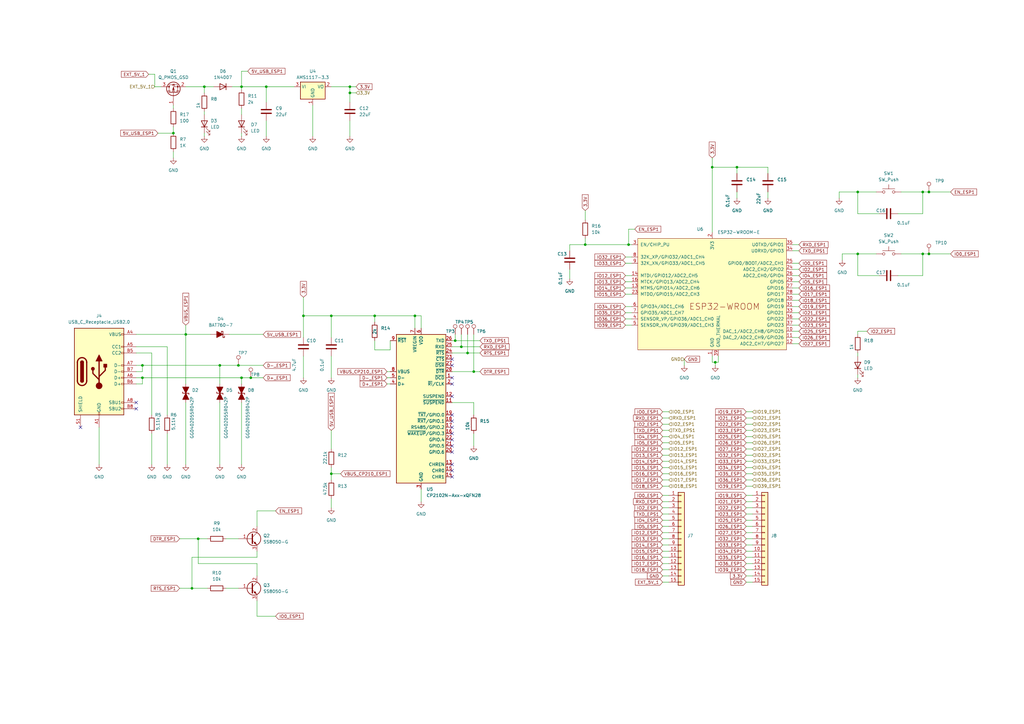
<source format=kicad_sch>
(kicad_sch (version 20230121) (generator eeschema)
  (paper "A3")
  (lib_symbols
    (symbol "Connector:TestPoint" (pin_numbers hide) (pin_names (offset 0.762) hide)
      (property "Reference" "TP" (at 0 6.858 0))
      (property "Value" "TestPoint" (at 0 5.08 0))
      (symbol "TestPoint_1_1"
        (pin passive line (at 0 0 90) (length 2.54) (name "1") (number "1"))
      )
    )
    (symbol "Connector:USB_C_Receptacle_USB2.0" (pin_names (offset 1.016))
      (property "Reference" "J" (at -10.16 19.05 0))
      (property "Value" "USB_C_Receptacle_USB2.0" (at 19.05 19.05 0))
      (symbol "USB_C_Receptacle_USB2.0_1_1"
        (pin passive line (at 0 -22.86 90) (length 5.08) (name "GND") (number "A1"))
        (pin passive line (at 0 -22.86 90) (length 5.08) hide (name "GND") (number "A12"))
        (pin passive line (at 15.24 15.24 180) (length 5.08) (name "VBUS") (number "A4"))
        (pin bidirectional line (at 15.24 10.16 180) (length 5.08) (name "CC1") (number "A5"))
        (pin bidirectional line (at 15.24 -2.54 180) (length 5.08) (name "D+") (number "A6"))
        (pin bidirectional line (at 15.24 2.54 180) (length 5.08) (name "D-") (number "A7"))
        (pin bidirectional line (at 15.24 -12.7 180) (length 5.08) (name "SBU1") (number "A8"))
        (pin passive line (at 15.24 15.24 180) (length 5.08) hide (name "VBUS") (number "A9"))
        (pin passive line (at 0 -22.86 90) (length 5.08) hide (name "GND") (number "B1"))
        (pin passive line (at 0 -22.86 90) (length 5.08) hide (name "GND") (number "B12"))
        (pin passive line (at 15.24 15.24 180) (length 5.08) hide (name "VBUS") (number "B4"))
        (pin bidirectional line (at 15.24 7.62 180) (length 5.08) (name "CC2") (number "B5"))
        (pin bidirectional line (at 15.24 -5.08 180) (length 5.08) (name "D+") (number "B6"))
        (pin bidirectional line (at 15.24 0 180) (length 5.08) (name "D-") (number "B7"))
        (pin bidirectional line (at 15.24 -15.24 180) (length 5.08) (name "SBU2") (number "B8"))
        (pin passive line (at 15.24 15.24 180) (length 5.08) hide (name "VBUS") (number "B9"))
        (pin passive line (at -7.62 -22.86 90) (length 5.08) (name "SHIELD") (number "S1"))
      )
    )
    (symbol "Connector_Generic:Conn_01x15" (pin_names (offset 1.016) hide)
      (property "Reference" "J" (at 0 20.32 0))
      (property "Value" "Conn_01x15" (at 0 -20.32 0))
      (symbol "Conn_01x15_1_1"
        (pin passive line (at -5.08 17.78 0) (length 3.81) (name "Pin_1") (number "1"))
        (pin passive line (at -5.08 -5.08 0) (length 3.81) (name "Pin_10") (number "10"))
        (pin passive line (at -5.08 -7.62 0) (length 3.81) (name "Pin_11") (number "11"))
        (pin passive line (at -5.08 -10.16 0) (length 3.81) (name "Pin_12") (number "12"))
        (pin passive line (at -5.08 -12.7 0) (length 3.81) (name "Pin_13") (number "13"))
        (pin passive line (at -5.08 -15.24 0) (length 3.81) (name "Pin_14") (number "14"))
        (pin passive line (at -5.08 -17.78 0) (length 3.81) (name "Pin_15") (number "15"))
        (pin passive line (at -5.08 15.24 0) (length 3.81) (name "Pin_2") (number "2"))
        (pin passive line (at -5.08 12.7 0) (length 3.81) (name "Pin_3") (number "3"))
        (pin passive line (at -5.08 10.16 0) (length 3.81) (name "Pin_4") (number "4"))
        (pin passive line (at -5.08 7.62 0) (length 3.81) (name "Pin_5") (number "5"))
        (pin passive line (at -5.08 5.08 0) (length 3.81) (name "Pin_6") (number "6"))
        (pin passive line (at -5.08 2.54 0) (length 3.81) (name "Pin_7") (number "7"))
        (pin passive line (at -5.08 0 0) (length 3.81) (name "Pin_8") (number "8"))
        (pin passive line (at -5.08 -2.54 0) (length 3.81) (name "Pin_9") (number "9"))
      )
    )
    (symbol "Device:C" (pin_numbers hide) (pin_names (offset 0.254))
      (property "Reference" "C" (at 0.635 2.54 0))
      (property "Value" "C" (at 0.635 -2.54 0))
      (symbol "C_1_1"
        (pin passive line (at 0 3.81 270) (length 2.794) (name "~") (number "1"))
        (pin passive line (at 0 -3.81 90) (length 2.794) (name "~") (number "2"))
      )
    )
    (symbol "Device:D_Schottky_Filled" (pin_numbers hide) (pin_names (offset 1.016) hide)
      (property "Reference" "D" (at 0 2.54 0))
      (property "Value" "D_Schottky_Filled" (at 0 -2.54 0))
      (symbol "D_Schottky_Filled_1_1"
        (pin passive line (at -3.81 0 0) (length 2.54) (name "K") (number "1"))
        (pin passive line (at 3.81 0 180) (length 2.54) (name "A") (number "2"))
      )
    )
    (symbol "Device:D_TVS_Filled" (pin_numbers hide) (pin_names (offset 1.016) hide)
      (property "Reference" "D" (at 0 2.54 0))
      (property "Value" "D_TVS_Filled" (at 0 -2.54 0))
      (symbol "D_TVS_Filled_1_1"
        (pin passive line (at -3.81 0 0) (length 2.54) (name "A1") (number "1"))
        (pin passive line (at 3.81 0 180) (length 2.54) (name "A2") (number "2"))
      )
    )
    (symbol "Device:LED" (pin_numbers hide) (pin_names (offset 1.016) hide)
      (property "Reference" "D" (at 0 2.54 0))
      (property "Value" "LED" (at 0 -2.54 0))
      (symbol "LED_1_1"
        (pin passive line (at -3.81 0 0) (length 2.54) (name "K") (number "1"))
        (pin passive line (at 3.81 0 180) (length 2.54) (name "A") (number "2"))
      )
    )
    (symbol "Device:Q_PMOS_GSD" (pin_names (offset 0) hide)
      (property "Reference" "Q" (at 5.08 1.27 0))
      (property "Value" "Q_PMOS_GSD" (at 5.08 -1.27 0))
      (symbol "Q_PMOS_GSD_1_1"
        (pin input line (at -5.08 0 0) (length 2.54) (name "G") (number "1"))
        (pin passive line (at 2.54 -5.08 90) (length 2.54) (name "S") (number "2"))
        (pin passive line (at 2.54 5.08 270) (length 2.54) (name "D") (number "3"))
      )
    )
    (symbol "Device:R" (pin_numbers hide) (pin_names (offset 0))
      (property "Reference" "R" (at 2.032 0 90))
      (property "Value" "R" (at 0 0 90))
      (symbol "R_1_1"
        (pin passive line (at 0 3.81 270) (length 1.27) (name "~") (number "1"))
        (pin passive line (at 0 -3.81 90) (length 1.27) (name "~") (number "2"))
      )
    )
    (symbol "Diode:1N4007" (pin_numbers hide) (pin_names hide)
      (property "Reference" "D" (at 0 2.54 0))
      (property "Value" "1N4007" (at 0 -2.54 0))
      (symbol "1N4007_1_1"
        (pin passive line (at -3.81 0 0) (length 2.54) (name "K") (number "1"))
        (pin passive line (at 3.81 0 180) (length 2.54) (name "A") (number "2"))
      )
    )
    (symbol "Interface_USB:CP2102N-Axx-xQFN28"
      (property "Reference" "U" (at -8.89 31.75 0))
      (property "Value" "CP2102N-Axx-xQFN28" (at 12.7 31.75 0))
      (symbol "CP2102N-Axx-xQFN28_1_1"
        (pin input line (at 12.7 12.7 180) (length 2.54) (name "~{DCD}") (number "1"))
        (pin no_connect line (at -10.16 -27.94 0) (length 2.54) hide (name "NC") (number "10"))
        (pin output line (at 12.7 2.54 180) (length 2.54) (name "~{SUSPEND}") (number "11"))
        (pin output line (at 12.7 5.08 180) (length 2.54) (name "SUSPEND") (number "12"))
        (pin output line (at 12.7 -22.86 180) (length 2.54) (name "CHREN") (number "13"))
        (pin output line (at 12.7 -27.94 180) (length 2.54) (name "CHR1") (number "14"))
        (pin output line (at 12.7 -25.4 180) (length 2.54) (name "CHR0") (number "15"))
        (pin bidirectional line (at 12.7 -10.16 180) (length 2.54) (name "~{WAKEUP}/GPIO.3") (number "16"))
        (pin bidirectional line (at 12.7 -7.62 180) (length 2.54) (name "RS485/GPIO.2") (number "17"))
        (pin bidirectional line (at 12.7 -5.08 180) (length 2.54) (name "~{RXT}/GPIO.1") (number "18"))
        (pin bidirectional line (at 12.7 -2.54 180) (length 2.54) (name "~{TXT}/GPIO.0") (number "19"))
        (pin bidirectional line (at 12.7 10.16 180) (length 2.54) (name "~{RI}/CLK") (number "2"))
        (pin bidirectional line (at 12.7 -17.78 180) (length 2.54) (name "GPIO.6") (number "20"))
        (pin bidirectional line (at 12.7 -15.24 180) (length 2.54) (name "GPIO.5") (number "21"))
        (pin bidirectional line (at 12.7 -12.7 180) (length 2.54) (name "GPIO.4") (number "22"))
        (pin input line (at 12.7 20.32 180) (length 2.54) (name "~{CTS}") (number "23"))
        (pin output line (at 12.7 22.86 180) (length 2.54) (name "~{RTS}") (number "24"))
        (pin input line (at 12.7 25.4 180) (length 2.54) (name "RXD") (number "25"))
        (pin output line (at 12.7 27.94 180) (length 2.54) (name "TXD") (number "26"))
        (pin input line (at 12.7 17.78 180) (length 2.54) (name "~{DSR}") (number "27"))
        (pin output line (at 12.7 15.24 180) (length 2.54) (name "~{DTR}") (number "28"))
        (pin passive line (at 0 -33.02 90) (length 2.54) hide (name "GND") (number "29"))
        (pin power_in line (at 0 -33.02 90) (length 2.54) (name "GND") (number "3"))
        (pin bidirectional line (at -12.7 10.16 0) (length 2.54) (name "D+") (number "4"))
        (pin bidirectional line (at -12.7 12.7 0) (length 2.54) (name "D-") (number "5"))
        (pin power_in line (at 0 33.02 270) (length 2.54) (name "VDD") (number "6"))
        (pin power_in line (at -2.54 33.02 270) (length 2.54) (name "VREGIN") (number "7"))
        (pin input line (at -12.7 15.24 0) (length 2.54) (name "VBUS") (number "8"))
        (pin input line (at -12.7 27.94 0) (length 2.54) (name "~{RST}") (number "9"))
      )
    )
    (symbol "PCM_Espressif:ESP32-WROOM-E" (pin_names (offset 1.016))
      (property "Reference" "U" (at -30.48 27.94 0))
      (property "Value" "ESP32-WROOM-E" (at -30.48 25.4 0))
      (symbol "ESP32-WROOM-E_1_1"
        (text "ESP32-­WROOM­" (at 5.08 -5.08 0) (effects (font (size 2.54 2.54))))
        (pin power_in line (at 0 -25.4 90) (length 2.54) (name "GND") (number "1"))
        (pin bidirectional line (at 33.02 -15.24 180) (length 2.54) (name "DAC_1/ADC2_CH8/GPIO25") (number "10"))
        (pin bidirectional line (at 33.02 -17.78 180) (length 2.54) (name "DAC_2/ADC2_CH9/GPIO26") (number "11"))
        (pin bidirectional line (at 33.02 -20.32 180) (length 2.54) (name "ADC2_CH7/GPIO27") (number "12"))
        (pin bidirectional line (at -33.02 2.54 0) (length 2.54) (name "MTMS/GPIO14/ADC2_CH6") (number "13"))
        (pin bidirectional line (at -33.02 7.62 0) (length 2.54) (name "MTDI/GPIO12/ADC2_CH5") (number "14"))
        (pin passive line (at 0 -25.4 90) (length 2.54) hide (name "GND") (number "15"))
        (pin bidirectional line (at -33.02 5.08 0) (length 2.54) (name "MTCK/GPIO13/ADC2_CH4") (number "16"))
        (pin power_in line (at 0 25.4 270) (length 2.54) (name "3V3") (number "2"))
        (pin bidirectional line (at -33.02 0 0) (length 2.54) (name "MTDO/GPIO15/ADC2_CH3") (number "23"))
        (pin bidirectional line (at 33.02 10.16 180) (length 2.54) (name "ADC2_CH2/GPIO2") (number "24"))
        (pin bidirectional line (at 33.02 12.7 180) (length 2.54) (name "GPIO0/BOOT/ADC2_CH1") (number "25"))
        (pin bidirectional line (at 33.02 7.62 180) (length 2.54) (name "ADC2_CH0/GPIO4") (number "26"))
        (pin bidirectional line (at 33.02 2.54 180) (length 2.54) (name "GPIO16") (number "27"))
        (pin bidirectional line (at 33.02 0 180) (length 2.54) (name "GPIO17") (number "28"))
        (pin bidirectional line (at 33.02 5.08 180) (length 2.54) (name "GPIO5") (number "29"))
        (pin input line (at -33.02 20.32 0) (length 2.54) (name "EN/CHIP_PU") (number "3"))
        (pin bidirectional line (at 33.02 -2.54 180) (length 2.54) (name "GPIO18") (number "30"))
        (pin bidirectional line (at 33.02 -5.08 180) (length 2.54) (name "GPIO19") (number "31"))
        (pin bidirectional line (at 33.02 -7.62 180) (length 2.54) (name "GPIO21") (number "33"))
        (pin bidirectional line (at 33.02 17.78 180) (length 2.54) (name "U0RXD/GPIO3") (number "34"))
        (pin bidirectional line (at 33.02 20.32 180) (length 2.54) (name "U0TXD/GPIO1") (number "35"))
        (pin bidirectional line (at 33.02 -10.16 180) (length 2.54) (name "GPIO22") (number "36"))
        (pin bidirectional line (at 33.02 -12.7 180) (length 2.54) (name "GPIO23") (number "37"))
        (pin passive line (at 0 -25.4 90) (length 2.54) hide (name "GND") (number "38"))
        (pin power_in line (at 2.54 -25.4 90) (length 2.54) (name "GND_THERMAL") (number "39"))
        (pin input line (at -33.02 -10.16 0) (length 2.54) (name "SENSOR_VP/GPIO36/ADC1_CH0") (number "4"))
        (pin input line (at -33.02 -12.7 0) (length 2.54) (name "SENSOR_VN/GPIO39/ADC1_CH3") (number "5"))
        (pin input line (at -33.02 -5.08 0) (length 2.54) (name "GPIO34/ADC1_CH6") (number "6"))
        (pin input line (at -33.02 -7.62 0) (length 2.54) (name "GPIO35/ADC1_CH7") (number "7"))
        (pin bidirectional line (at -33.02 15.24 0) (length 2.54) (name "32K_XP/GPIO32/ADC1_CH4") (number "8"))
        (pin bidirectional line (at -33.02 12.7 0) (length 2.54) (name "32K_XN/GPIO33/ADC1_CH5") (number "9"))
      )
    )
    (symbol "Regulator_Linear:AMS1117-3.3"
      (property "Reference" "U" (at -3.81 3.175 0))
      (property "Value" "AMS1117-3.3" (at 0 3.175 0))
      (symbol "AMS1117-3.3_1_1"
        (pin power_in line (at 0 -7.62 90) (length 2.54) (name "GND") (number "1"))
        (pin power_out line (at 7.62 0 180) (length 2.54) (name "VO") (number "2"))
        (pin power_in line (at -7.62 0 0) (length 2.54) (name "VI") (number "3"))
      )
    )
    (symbol "Switch:SW_Push" (pin_numbers hide) (pin_names (offset 1.016) hide)
      (property "Reference" "SW" (at 1.27 2.54 0))
      (property "Value" "SW_Push" (at 0 -1.524 0))
      (symbol "SW_Push_0_1"
        (pin passive line (at -5.08 0 0) (length 2.54) (name "1") (number "1"))
        (pin passive line (at 5.08 0 180) (length 2.54) (name "2") (number "2"))
      )
    )
    (symbol "Transistor_BJT:2SD1047" (pin_names (offset 0) hide)
      (property "Reference" "Q" (at 6.35 1.905 0))
      (property "Value" "2SD1047" (at 6.35 0 0))
      (symbol "2SD1047_1_1"
        (pin input line (at -5.08 0 0) (length 5.08) (name "B") (number "1"))
        (pin passive line (at 2.54 5.08 270) (length 2.54) (name "C") (number "2"))
        (pin passive line (at 2.54 -5.08 90) (length 2.54) (name "E") (number "3"))
      )
    )
    (symbol "power:GND" (power) (pin_names (offset 0))
      (property "Value" "GND" (at 0 -3.81 0))
      (symbol "GND_1_1"
        (pin power_in line (at 0 0 270) (length 0) hide (name "GND") (number "1"))
      )
    )
  )
  (junction (at 135.89 194.31))
  (junction (at 302.26 68.58))
  (junction (at 78.74 241.3))
  (junction (at 240.03 100.33))
  (junction (at 58.42 154.94))
  (junction (at 143.51 35.56))
  (junction (at 381 104.14))
  (junction (at 186.69 139.7))
  (junction (at 124.46 129.54))
  (junction (at 143.51 38.1))
  (junction (at 109.22 35.56))
  (junction (at 99.06 154.94))
  (junction (at 194.31 152.4))
  (junction (at 381 78.74))
  (junction (at 351.79 104.14))
  (junction (at 83.82 35.56))
  (junction (at 71.12 54.61))
  (junction (at 292.1 68.58))
  (junction (at 153.67 129.54))
  (junction (at 76.2 137.16))
  (junction (at 257.81 100.33))
  (junction (at 170.18 129.54))
  (junction (at 58.42 149.86))
  (junction (at 351.79 78.74))
  (junction (at 102.87 154.94))
  (junction (at 99.06 35.56))
  (junction (at 378.46 78.74))
  (junction (at 97.79 149.86))
  (junction (at 191.77 144.78))
  (junction (at 81.28 220.98))
  (junction (at 90.17 149.86))
  (junction (at 378.46 104.14))
  (junction (at 293.37 148.59))
  (junction (at 135.89 129.54))
  (junction (at 189.23 142.24))
  (no_connect (at 185.42 170.18))
  (no_connect (at 185.42 172.72))
  (no_connect (at 185.42 177.8))
  (no_connect (at 185.42 157.48))
  (no_connect (at 185.42 195.58))
  (no_connect (at 185.42 154.94))
  (no_connect (at 55.88 167.64))
  (no_connect (at 185.42 182.88))
  (no_connect (at 185.42 185.42))
  (no_connect (at 185.42 175.26))
  (no_connect (at 185.42 147.32))
  (no_connect (at 185.42 190.5))
  (no_connect (at 185.42 180.34))
  (no_connect (at 185.42 162.56))
  (no_connect (at 55.88 165.1))
  (no_connect (at 185.42 193.04))
  (no_connect (at 185.42 149.86))
  (no_connect (at 33.02 175.26))
  (wire (pts (xy 60.96 30.48) (xy 63.5 30.48)))
  (wire (pts (xy 90.17 165.1) (xy 90.17 190.5)))
  (wire (pts (xy 83.82 35.56) (xy 87.63 35.56)))
  (wire (pts (xy 271.78 236.22) (xy 274.32 236.22)))
  (wire (pts (xy 306.07 196.85) (xy 308.61 196.85)))
  (wire (pts (xy 186.69 137.16) (xy 186.69 139.7)))
  (wire (pts (xy 105.41 209.55) (xy 113.03 209.55)))
  (wire (pts (xy 351.79 146.05) (xy 351.79 144.78)))
  (wire (pts (xy 78.74 241.3) (xy 78.74 228.6)))
  (wire (pts (xy 306.07 220.98) (xy 308.61 220.98)))
  (wire (pts (xy 158.75 157.48) (xy 160.02 157.48)))
  (wire (pts (xy 327.66 138.43) (xy 325.12 138.43)))
  (wire (pts (xy 351.79 87.63) (xy 351.79 78.74)))
  (wire (pts (xy 351.79 113.03) (xy 351.79 104.14)))
  (wire (pts (xy 63.5 30.48) (xy 63.5 35.56)))
  (wire (pts (xy 143.51 35.56) (xy 143.51 38.1)))
  (wire (pts (xy 271.78 231.14) (xy 274.32 231.14)))
  (wire (pts (xy 306.07 213.36) (xy 308.61 213.36)))
  (wire (pts (xy 172.72 129.54) (xy 170.18 129.54)))
  (wire (pts (xy 62.23 177.8) (xy 62.23 190.5)))
  (wire (pts (xy 85.09 241.3) (xy 78.74 241.3)))
  (wire (pts (xy 381 104.14) (xy 389.89 104.14)))
  (wire (pts (xy 135.89 208.28) (xy 135.89 204.47)))
  (wire (pts (xy 186.69 139.7) (xy 185.42 139.7)))
  (wire (pts (xy 109.22 35.56) (xy 109.22 41.91)))
  (wire (pts (xy 257.81 93.98) (xy 257.81 100.33)))
  (wire (pts (xy 68.58 142.24) (xy 68.58 170.18)))
  (wire (pts (xy 105.41 231.14) (xy 105.41 236.22)))
  (wire (pts (xy 76.2 137.16) (xy 86.36 137.16)))
  (wire (pts (xy 378.46 113.03) (xy 378.46 104.14)))
  (wire (pts (xy 153.67 132.08) (xy 153.67 129.54)))
  (wire (pts (xy 135.89 194.31) (xy 135.89 196.85)))
  (wire (pts (xy 102.87 154.94) (xy 107.95 154.94)))
  (wire (pts (xy 381 78.74) (xy 389.89 78.74)))
  (wire (pts (xy 327.66 102.87) (xy 325.12 102.87)))
  (wire (pts (xy 97.79 149.86) (xy 107.95 149.86)))
  (wire (pts (xy 55.88 137.16) (xy 76.2 137.16)))
  (wire (pts (xy 55.88 142.24) (xy 68.58 142.24)))
  (wire (pts (xy 306.07 231.14) (xy 308.61 231.14)))
  (wire (pts (xy 306.07 184.15) (xy 308.61 184.15)))
  (wire (pts (xy 327.66 125.73) (xy 325.12 125.73)))
  (wire (pts (xy 71.12 43.18) (xy 71.12 44.45)))
  (wire (pts (xy 124.46 146.05) (xy 124.46 154.94)))
  (wire (pts (xy 271.78 191.77) (xy 274.32 191.77)))
  (wire (pts (xy 327.66 113.03) (xy 325.12 113.03)))
  (wire (pts (xy 58.42 149.86) (xy 58.42 152.4)))
  (wire (pts (xy 191.77 144.78) (xy 185.42 144.78)))
  (wire (pts (xy 325.12 118.11) (xy 327.66 118.11)))
  (wire (pts (xy 344.17 81.28) (xy 344.17 78.74)))
  (wire (pts (xy 351.79 104.14) (xy 359.41 104.14)))
  (wire (pts (xy 153.67 143.51) (xy 153.67 139.7)))
  (wire (pts (xy 271.78 184.15) (xy 274.32 184.15)))
  (wire (pts (xy 233.68 110.49) (xy 233.68 114.3)))
  (wire (pts (xy 327.66 107.95) (xy 325.12 107.95)))
  (wire (pts (xy 160.02 143.51) (xy 160.02 139.7)))
  (wire (pts (xy 327.66 128.27) (xy 325.12 128.27)))
  (wire (pts (xy 378.46 78.74) (xy 369.57 78.74)))
  (wire (pts (xy 271.78 199.39) (xy 274.32 199.39)))
  (wire (pts (xy 325.12 115.57) (xy 327.66 115.57)))
  (wire (pts (xy 327.66 133.35) (xy 325.12 133.35)))
  (wire (pts (xy 194.31 182.88) (xy 194.31 177.8)))
  (wire (pts (xy 81.28 220.98) (xy 81.28 231.14)))
  (wire (pts (xy 271.78 176.53) (xy 274.32 176.53)))
  (wire (pts (xy 271.78 238.76) (xy 274.32 238.76)))
  (wire (pts (xy 99.06 35.56) (xy 109.22 35.56)))
  (wire (pts (xy 271.78 189.23) (xy 274.32 189.23)))
  (wire (pts (xy 293.37 148.59) (xy 292.1 148.59)))
  (wire (pts (xy 99.06 154.94) (xy 102.87 154.94)))
  (wire (pts (xy 256.54 133.35) (xy 259.08 133.35)))
  (wire (pts (xy 64.77 54.61) (xy 71.12 54.61)))
  (wire (pts (xy 109.22 35.56) (xy 120.65 35.56)))
  (wire (pts (xy 143.51 38.1) (xy 143.51 41.91)))
  (wire (pts (xy 314.96 68.58) (xy 314.96 71.12)))
  (wire (pts (xy 302.26 71.12) (xy 302.26 68.58)))
  (wire (pts (xy 40.64 175.26) (xy 40.64 190.5)))
  (wire (pts (xy 378.46 104.14) (xy 369.57 104.14)))
  (wire (pts (xy 256.54 107.95) (xy 259.08 107.95)))
  (wire (pts (xy 143.51 38.1) (xy 146.05 38.1)))
  (wire (pts (xy 135.89 129.54) (xy 153.67 129.54)))
  (wire (pts (xy 256.54 118.11) (xy 259.08 118.11)))
  (wire (pts (xy 325.12 140.97) (xy 327.66 140.97)))
  (wire (pts (xy 153.67 143.51) (xy 160.02 143.51)))
  (wire (pts (xy 306.07 179.07) (xy 308.61 179.07)))
  (wire (pts (xy 135.89 176.53) (xy 135.89 184.15)))
  (wire (pts (xy 233.68 102.87) (xy 233.68 100.33)))
  (wire (pts (xy 143.51 35.56) (xy 146.05 35.56)))
  (wire (pts (xy 292.1 68.58) (xy 302.26 68.58)))
  (wire (pts (xy 189.23 137.16) (xy 189.23 142.24)))
  (wire (pts (xy 158.75 154.94) (xy 160.02 154.94)))
  (wire (pts (xy 256.54 128.27) (xy 259.08 128.27)))
  (wire (pts (xy 93.98 137.16) (xy 107.95 137.16)))
  (wire (pts (xy 76.2 165.1) (xy 76.2 190.5)))
  (wire (pts (xy 306.07 238.76) (xy 308.61 238.76)))
  (wire (pts (xy 105.41 252.73) (xy 113.03 252.73)))
  (wire (pts (xy 109.22 49.53) (xy 109.22 55.88)))
  (wire (pts (xy 271.78 223.52) (xy 274.32 223.52)))
  (wire (pts (xy 78.74 228.6) (xy 105.41 228.6)))
  (wire (pts (xy 271.78 210.82) (xy 274.32 210.82)))
  (wire (pts (xy 55.88 144.78) (xy 62.23 144.78)))
  (wire (pts (xy 271.78 173.99) (xy 274.32 173.99)))
  (wire (pts (xy 58.42 154.94) (xy 58.42 157.48)))
  (wire (pts (xy 62.23 144.78) (xy 62.23 170.18)))
  (wire (pts (xy 292.1 148.59) (xy 292.1 146.05)))
  (wire (pts (xy 58.42 149.86) (xy 90.17 149.86)))
  (wire (pts (xy 378.46 87.63) (xy 378.46 78.74)))
  (wire (pts (xy 314.96 78.74) (xy 314.96 81.28)))
  (wire (pts (xy 143.51 49.53) (xy 143.51 55.88)))
  (wire (pts (xy 360.68 87.63) (xy 351.79 87.63)))
  (wire (pts (xy 170.18 129.54) (xy 170.18 134.62)))
  (wire (pts (xy 271.78 168.91) (xy 274.32 168.91)))
  (wire (pts (xy 153.67 129.54) (xy 170.18 129.54)))
  (wire (pts (xy 306.07 168.91) (xy 308.61 168.91)))
  (wire (pts (xy 294.64 148.59) (xy 293.37 148.59)))
  (wire (pts (xy 194.31 170.18) (xy 194.31 165.1)))
  (wire (pts (xy 68.58 177.8) (xy 68.58 190.5)))
  (wire (pts (xy 76.2 137.16) (xy 76.2 157.48)))
  (wire (pts (xy 99.06 44.45) (xy 99.06 46.99)))
  (wire (pts (xy 327.66 100.33) (xy 325.12 100.33)))
  (wire (pts (xy 191.77 137.16) (xy 191.77 144.78)))
  (wire (pts (xy 271.78 215.9) (xy 274.32 215.9)))
  (wire (pts (xy 76.2 133.35) (xy 76.2 137.16)))
  (wire (pts (xy 71.12 52.07) (xy 71.12 54.61)))
  (wire (pts (xy 351.79 154.94) (xy 351.79 153.67)))
  (wire (pts (xy 135.89 191.77) (xy 135.89 194.31)))
  (wire (pts (xy 306.07 228.6) (xy 308.61 228.6)))
  (wire (pts (xy 256.54 113.03) (xy 259.08 113.03)))
  (wire (pts (xy 83.82 35.56) (xy 83.82 38.1)))
  (wire (pts (xy 271.78 186.69) (xy 274.32 186.69)))
  (wire (pts (xy 135.89 194.31) (xy 139.7 194.31)))
  (wire (pts (xy 306.07 210.82) (xy 308.61 210.82)))
  (wire (pts (xy 128.27 43.18) (xy 128.27 55.88)))
  (wire (pts (xy 99.06 165.1) (xy 99.06 190.5)))
  (wire (pts (xy 344.17 78.74) (xy 351.79 78.74)))
  (wire (pts (xy 306.07 223.52) (xy 308.61 223.52)))
  (wire (pts (xy 271.78 226.06) (xy 274.32 226.06)))
  (wire (pts (xy 306.07 191.77) (xy 308.61 191.77)))
  (wire (pts (xy 256.54 130.81) (xy 259.08 130.81)))
  (wire (pts (xy 135.89 35.56) (xy 143.51 35.56)))
  (wire (pts (xy 189.23 142.24) (xy 185.42 142.24)))
  (wire (pts (xy 194.31 165.1) (xy 185.42 165.1)))
  (wire (pts (xy 345.44 104.14) (xy 351.79 104.14)))
  (wire (pts (xy 81.28 231.14) (xy 105.41 231.14)))
  (wire (pts (xy 345.44 106.68) (xy 345.44 104.14)))
  (wire (pts (xy 158.75 152.4) (xy 160.02 152.4)))
  (wire (pts (xy 90.17 149.86) (xy 97.79 149.86)))
  (wire (pts (xy 271.78 228.6) (xy 274.32 228.6)))
  (wire (pts (xy 63.5 35.56) (xy 66.04 35.56)))
  (wire (pts (xy 306.07 226.06) (xy 308.61 226.06)))
  (wire (pts (xy 240.03 86.36) (xy 240.03 90.17)))
  (wire (pts (xy 360.68 113.03) (xy 351.79 113.03)))
  (wire (pts (xy 105.41 246.38) (xy 105.41 252.73)))
  (wire (pts (xy 83.82 46.99) (xy 83.82 45.72)))
  (wire (pts (xy 306.07 181.61) (xy 308.61 181.61)))
  (wire (pts (xy 271.78 179.07) (xy 274.32 179.07)))
  (wire (pts (xy 271.78 205.74) (xy 274.32 205.74)))
  (wire (pts (xy 325.12 120.65) (xy 327.66 120.65)))
  (wire (pts (xy 327.66 130.81) (xy 325.12 130.81)))
  (wire (pts (xy 194.31 137.16) (xy 194.31 152.4)))
  (wire (pts (xy 194.31 152.4) (xy 185.42 152.4)))
  (wire (pts (xy 293.37 149.86) (xy 293.37 148.59)))
  (wire (pts (xy 196.85 144.78) (xy 191.77 144.78)))
  (wire (pts (xy 99.06 29.21) (xy 99.06 35.56)))
  (wire (pts (xy 196.85 152.4) (xy 194.31 152.4)))
  (wire (pts (xy 256.54 105.41) (xy 259.08 105.41)))
  (wire (pts (xy 302.26 68.58) (xy 314.96 68.58)))
  (wire (pts (xy 172.72 134.62) (xy 172.72 129.54)))
  (wire (pts (xy 240.03 97.79) (xy 240.03 100.33)))
  (wire (pts (xy 302.26 78.74) (xy 302.26 81.28)))
  (wire (pts (xy 99.06 29.21) (xy 101.6 29.21)))
  (wire (pts (xy 196.85 139.7) (xy 186.69 139.7)))
  (wire (pts (xy 73.66 241.3) (xy 78.74 241.3)))
  (wire (pts (xy 306.07 233.68) (xy 308.61 233.68)))
  (wire (pts (xy 240.03 100.33) (xy 257.81 100.33)))
  (wire (pts (xy 271.78 171.45) (xy 274.32 171.45)))
  (wire (pts (xy 292.1 64.77) (xy 292.1 68.58)))
  (wire (pts (xy 99.06 154.94) (xy 99.06 157.48)))
  (wire (pts (xy 256.54 115.57) (xy 259.08 115.57)))
  (wire (pts (xy 58.42 152.4) (xy 55.88 152.4)))
  (wire (pts (xy 306.07 173.99) (xy 308.61 173.99)))
  (wire (pts (xy 256.54 125.73) (xy 259.08 125.73)))
  (wire (pts (xy 135.89 129.54) (xy 135.89 138.43)))
  (wire (pts (xy 76.2 35.56) (xy 83.82 35.56)))
  (wire (pts (xy 257.81 100.33) (xy 259.08 100.33)))
  (wire (pts (xy 58.42 154.94) (xy 99.06 154.94)))
  (wire (pts (xy 325.12 135.89) (xy 327.66 135.89)))
  (wire (pts (xy 271.78 233.68) (xy 274.32 233.68)))
  (wire (pts (xy 292.1 95.25) (xy 292.1 68.58)))
  (wire (pts (xy 351.79 78.74) (xy 359.41 78.74)))
  (wire (pts (xy 306.07 171.45) (xy 308.61 171.45)))
  (wire (pts (xy 256.54 120.65) (xy 259.08 120.65)))
  (wire (pts (xy 85.09 220.98) (xy 81.28 220.98)))
  (wire (pts (xy 271.78 194.31) (xy 274.32 194.31)))
  (wire (pts (xy 294.64 146.05) (xy 294.64 148.59)))
  (wire (pts (xy 105.41 215.9) (xy 105.41 209.55)))
  (wire (pts (xy 105.41 228.6) (xy 105.41 226.06)))
  (wire (pts (xy 95.25 35.56) (xy 99.06 35.56)))
  (wire (pts (xy 271.78 218.44) (xy 274.32 218.44)))
  (wire (pts (xy 271.78 181.61) (xy 274.32 181.61)))
  (wire (pts (xy 368.3 113.03) (xy 378.46 113.03)))
  (wire (pts (xy 306.07 176.53) (xy 308.61 176.53)))
  (wire (pts (xy 55.88 154.94) (xy 58.42 154.94)))
  (wire (pts (xy 306.07 205.74) (xy 308.61 205.74)))
  (wire (pts (xy 99.06 36.83) (xy 99.06 35.56)))
  (wire (pts (xy 124.46 121.92) (xy 124.46 129.54)))
  (wire (pts (xy 92.71 220.98) (xy 97.79 220.98)))
  (wire (pts (xy 172.72 200.66) (xy 172.72 205.74)))
  (wire (pts (xy 306.07 215.9) (xy 308.61 215.9)))
  (wire (pts (xy 368.3 87.63) (xy 378.46 87.63)))
  (wire (pts (xy 306.07 208.28) (xy 308.61 208.28)))
  (wire (pts (xy 92.71 241.3) (xy 97.79 241.3)))
  (wire (pts (xy 196.85 142.24) (xy 189.23 142.24)))
  (wire (pts (xy 71.12 62.23) (xy 71.12 64.77)))
  (wire (pts (xy 124.46 129.54) (xy 135.89 129.54)))
  (wire (pts (xy 58.42 157.48) (xy 55.88 157.48)))
  (wire (pts (xy 351.79 135.89) (xy 351.79 137.16)))
  (wire (pts (xy 325.12 123.19) (xy 327.66 123.19)))
  (wire (pts (xy 306.07 189.23) (xy 308.61 189.23)))
  (wire (pts (xy 233.68 100.33) (xy 240.03 100.33)))
  (wire (pts (xy 271.78 220.98) (xy 274.32 220.98)))
  (wire (pts (xy 306.07 218.44) (xy 308.61 218.44)))
  (wire (pts (xy 271.78 203.2) (xy 274.32 203.2)))
  (wire (pts (xy 55.88 149.86) (xy 58.42 149.86)))
  (wire (pts (xy 306.07 199.39) (xy 308.61 199.39)))
  (wire (pts (xy 90.17 149.86) (xy 90.17 157.48)))
  (wire (pts (xy 124.46 138.43) (xy 124.46 129.54)))
  (wire (pts (xy 260.35 93.98) (xy 257.81 93.98)))
  (wire (pts (xy 83.82 55.88) (xy 83.82 54.61)))
  (wire (pts (xy 306.07 203.2) (xy 308.61 203.2)))
  (wire (pts (xy 306.07 194.31) (xy 308.61 194.31)))
  (wire (pts (xy 306.07 186.69) (xy 308.61 186.69)))
  (wire (pts (xy 271.78 208.28) (xy 274.32 208.28)))
  (wire (pts (xy 73.66 220.98) (xy 81.28 220.98)))
  (wire (pts (xy 99.06 54.61) (xy 99.06 55.88)))
  (wire (pts (xy 378.46 78.74) (xy 381 78.74)))
  (wire (pts (xy 280.67 147.32) (xy 280.67 149.86)))
  (wire (pts (xy 135.89 146.05) (xy 135.89 154.94)))
  (wire (pts (xy 271.78 213.36) (xy 274.32 213.36)))
  (wire (pts (xy 378.46 104.14) (xy 381 104.14)))
  (wire (pts (xy 355.6 135.89) (xy 351.79 135.89)))
  (wire (pts (xy 327.66 110.49) (xy 325.12 110.49)))
  (wire (pts (xy 306.07 236.22) (xy 308.61 236.22)))
  (wire (pts (xy 271.78 196.85) (xy 274.32 196.85)))
  (global_label "IO2_ESP1" (shape input) (at 271.78 208.28 180) (property "Intersheetrefs" "${INTERSHEET_REFS}" (effects hide)))
  (global_label "IO27_ESP1" (shape input) (at 306.07 184.15 180) (property "Intersheetrefs" "${INTERSHEET_REFS}" (effects hide)))
  (global_label "IO33_ESP1" (shape input) (at 306.07 189.23 180) (property "Intersheetrefs" "${INTERSHEET_REFS}" (effects hide)))
  (global_label "IO32_ESP1" (shape input) (at 306.07 220.98 180) (property "Intersheetrefs" "${INTERSHEET_REFS}" (effects hide)))
  (global_label "IO2_ESP1" (shape input) (at 271.78 173.99 180) (property "Intersheetrefs" "${INTERSHEET_REFS}" (effects hide)))
  (global_label "IO35_ESP1" (shape input) (at 256.54 128.27 180) (property "Intersheetrefs" "${INTERSHEET_REFS}" (effects hide)))
  (global_label "IO26_ESP1" (shape input) (at 327.66 138.43 0) (property "Intersheetrefs" "${INTERSHEET_REFS}" (effects hide)))
  (global_label "5V_USB_ESP1" (shape input) (at 101.6 29.21 0) (property "Intersheetrefs" "${INTERSHEET_REFS}" (effects hide)))
  (global_label "IO39_ESP1" (shape input) (at 306.07 199.39 180) (property "Intersheetrefs" "${INTERSHEET_REFS}" (effects hide)))
  (global_label "IO39_ESP1" (shape input) (at 256.54 133.35 180) (property "Intersheetrefs" "${INTERSHEET_REFS}" (effects hide)))
  (global_label "TXD_EPS1" (shape input) (at 271.78 176.53 180) (property "Intersheetrefs" "${INTERSHEET_REFS}" (effects hide)))
  (global_label "IO0_ESP1" (shape input) (at 389.89 104.14 0) (property "Intersheetrefs" "${INTERSHEET_REFS}" (effects hide)))
  (global_label "IO25_ESP1" (shape input) (at 306.07 179.07 180) (property "Intersheetrefs" "${INTERSHEET_REFS}" (effects hide)))
  (global_label "IO32_ESP1" (shape input) (at 306.07 186.69 180) (property "Intersheetrefs" "${INTERSHEET_REFS}" (effects hide)))
  (global_label "IO16_ESP1" (shape input) (at 271.78 228.6 180) (property "Intersheetrefs" "${INTERSHEET_REFS}" (effects hide)))
  (global_label "IO18_ESP1" (shape input) (at 271.78 233.68 180) (property "Intersheetrefs" "${INTERSHEET_REFS}" (effects hide)))
  (global_label "IO21_ESP1" (shape input) (at 327.66 128.27 0) (property "Intersheetrefs" "${INTERSHEET_REFS}" (effects hide)))
  (global_label "IO5_ESP1" (shape input) (at 327.66 115.57 0) (property "Intersheetrefs" "${INTERSHEET_REFS}" (effects hide)))
  (global_label "IO12_ESP1" (shape input) (at 271.78 184.15 180) (property "Intersheetrefs" "${INTERSHEET_REFS}" (effects hide)))
  (global_label "IO2_ESP1" (shape input) (at 327.66 110.49 0) (property "Intersheetrefs" "${INTERSHEET_REFS}" (effects hide)))
  (global_label "DTR_ESP1" (shape input) (at 73.66 220.98 180) (property "Intersheetrefs" "${INTERSHEET_REFS}" (effects hide)))
  (global_label "D+_ESP1" (shape input) (at 158.75 157.48 180) (property "Intersheetrefs" "${INTERSHEET_REFS}" (effects hide)))
  (global_label "IO13_ESP1" (shape input) (at 271.78 220.98 180) (property "Intersheetrefs" "${INTERSHEET_REFS}" (effects hide)))
  (global_label "TXD_EPS1" (shape input) (at 271.78 210.82 180) (property "Intersheetrefs" "${INTERSHEET_REFS}" (effects hide)))
  (global_label "IO22_ESP1" (shape input) (at 306.07 208.28 180) (property "Intersheetrefs" "${INTERSHEET_REFS}" (effects hide)))
  (global_label "IO19_ESP1" (shape input) (at 306.07 168.91 180) (property "Intersheetrefs" "${INTERSHEET_REFS}" (effects hide)))
  (global_label "IO27_ESP1" (shape input) (at 306.07 218.44 180) (property "Intersheetrefs" "${INTERSHEET_REFS}" (effects hide)))
  (global_label "3,3V" (shape input) (at 124.46 121.92 90) (property "Intersheetrefs" "${INTERSHEET_REFS}" (effects hide)))
  (global_label "IO21_ESP1" (shape input) (at 306.07 171.45 180) (property "Intersheetrefs" "${INTERSHEET_REFS}" (effects hide)))
  (global_label "IO23_ESP1" (shape input) (at 306.07 210.82 180) (property "Intersheetrefs" "${INTERSHEET_REFS}" (effects hide)))
  (global_label "IO26_ESP1" (shape input) (at 306.07 181.61 180) (property "Intersheetrefs" "${INTERSHEET_REFS}" (effects hide)))
  (global_label "RXD_ESP1" (shape input) (at 271.78 205.74 180) (property "Intersheetrefs" "${INTERSHEET_REFS}" (effects hide)))
  (global_label "IO36_ESP1" (shape input) (at 306.07 231.14 180) (property "Intersheetrefs" "${INTERSHEET_REFS}" (effects hide)))
  (global_label "IO21_ESP1" (shape input) (at 306.07 205.74 180) (property "Intersheetrefs" "${INTERSHEET_REFS}" (effects hide)))
  (global_label "IO16_ESP1" (shape input) (at 271.78 194.31 180) (property "Intersheetrefs" "${INTERSHEET_REFS}" (effects hide)))
  (global_label "IO5_ESP1" (shape input) (at 271.78 181.61 180) (property "Intersheetrefs" "${INTERSHEET_REFS}" (effects hide)))
  (global_label "IO34_ESP1" (shape input) (at 306.07 191.77 180) (property "Intersheetrefs" "${INTERSHEET_REFS}" (effects hide)))
  (global_label "EXT_5V_1" (shape input) (at 271.78 238.76 180) (property "Intersheetrefs" "${INTERSHEET_REFS}" (effects hide)))
  (global_label "RXD_ESP1" (shape input) (at 327.66 100.33 0) (property "Intersheetrefs" "${INTERSHEET_REFS}" (effects hide)))
  (global_label "IO18_ESP1" (shape input) (at 271.78 199.39 180) (property "Intersheetrefs" "${INTERSHEET_REFS}" (effects hide)))
  (global_label "IO15_ESP1" (shape input) (at 256.54 120.65 180) (property "Intersheetrefs" "${INTERSHEET_REFS}" (effects hide)))
  (global_label "IO2_ESP1" (shape input) (at 355.6 135.89 0) (property "Intersheetrefs" "${INTERSHEET_REFS}" (effects hide)))
  (global_label "IO35_ESP1" (shape input) (at 306.07 194.31 180) (property "Intersheetrefs" "${INTERSHEET_REFS}" (effects hide)))
  (global_label "IO39_ESP1" (shape input) (at 306.07 233.68 180) (property "Intersheetrefs" "${INTERSHEET_REFS}" (effects hide)))
  (global_label "3,3V" (shape input) (at 306.07 236.22 180) (property "Intersheetrefs" "${INTERSHEET_REFS}" (effects hide)))
  (global_label "IO0_ESP1" (shape input) (at 327.66 107.95 0) (property "Intersheetrefs" "${INTERSHEET_REFS}" (effects hide)))
  (global_label "IO22_ESP1" (shape input) (at 306.07 173.99 180) (property "Intersheetrefs" "${INTERSHEET_REFS}" (effects hide)))
  (global_label "D-_ESP1" (shape input) (at 107.95 149.86 0) (property "Intersheetrefs" "${INTERSHEET_REFS}" (effects hide)))
  (global_label "IO16_ESP1" (shape input) (at 327.66 118.11 0) (property "Intersheetrefs" "${INTERSHEET_REFS}" (effects hide)))
  (global_label "IO18_ESP1" (shape input) (at 327.66 123.19 0) (property "Intersheetrefs" "${INTERSHEET_REFS}" (effects hide)))
  (global_label "GND" (shape input) (at 271.78 236.22 180) (property "Intersheetrefs" "${INTERSHEET_REFS}" (effects hide)))
  (global_label "IO13_ESP1" (shape input) (at 256.54 115.57 180) (property "Intersheetrefs" "${INTERSHEET_REFS}" (effects hide)))
  (global_label "IO33_ESP1" (shape input) (at 306.07 223.52 180) (property "Intersheetrefs" "${INTERSHEET_REFS}" (effects hide)))
  (global_label "IO14_ESP1" (shape input) (at 271.78 223.52 180) (property "Intersheetrefs" "${INTERSHEET_REFS}" (effects hide)))
  (global_label "TXD_EPS1" (shape input) (at 327.66 102.87 0) (property "Intersheetrefs" "${INTERSHEET_REFS}" (effects hide)))
  (global_label "RXD_ESP1" (shape input) (at 196.85 142.24 0) (property "Intersheetrefs" "${INTERSHEET_REFS}" (effects hide)))
  (global_label "RTS_ESP1" (shape input) (at 73.66 241.3 180) (property "Intersheetrefs" "${INTERSHEET_REFS}" (effects hide)))
  (global_label "IO35_ESP1" (shape input) (at 306.07 228.6 180) (property "Intersheetrefs" "${INTERSHEET_REFS}" (effects hide)))
  (global_label "IO27_ESP1" (shape input) (at 327.66 140.97 0) (property "Intersheetrefs" "${INTERSHEET_REFS}" (effects hide)))
  (global_label "GND" (shape input) (at 280.67 147.32 0) (property "Intersheetrefs" "${INTERSHEET_REFS}" (effects hide)))
  (global_label "5V_USB_ESP1" (shape input) (at 135.89 176.53 90) (property "Intersheetrefs" "${INTERSHEET_REFS}" (effects hide)))
  (global_label "D-_ESP1" (shape input) (at 158.75 154.94 180) (property "Intersheetrefs" "${INTERSHEET_REFS}" (effects hide)))
  (global_label "IO12_ESP1" (shape input) (at 256.54 113.03 180) (property "Intersheetrefs" "${INTERSHEET_REFS}" (effects hide)))
  (global_label "VBUS_CP210_ESP1" (shape input) (at 139.7 194.31 0) (property "Intersheetrefs" "${INTERSHEET_REFS}" (effects hide)))
  (global_label "3,3V" (shape input) (at 240.03 86.36 90) (property "Intersheetrefs" "${INTERSHEET_REFS}" (effects hide)))
  (global_label "IO4_ESP1" (shape input) (at 327.66 113.03 0) (property "Intersheetrefs" "${INTERSHEET_REFS}" (effects hide)))
  (global_label "EN_ESP1" (shape input) (at 113.03 209.55 0) (property "Intersheetrefs" "${INTERSHEET_REFS}" (effects hide)))
  (global_label "RTS_ESP1" (shape input) (at 196.85 144.78 0) (property "Intersheetrefs" "${INTERSHEET_REFS}" (effects hide)))
  (global_label "IO17_ESP1" (shape input) (at 271.78 231.14 180) (property "Intersheetrefs" "${INTERSHEET_REFS}" (effects hide)))
  (global_label "5V_USB_ESP1" (shape input) (at 64.77 54.61 180) (property "Intersheetrefs" "${INTERSHEET_REFS}" (effects hide)))
  (global_label "EN_ESP1" (shape input) (at 260.35 93.98 0) (property "Intersheetrefs" "${INTERSHEET_REFS}" (effects hide)))
  (global_label "IO0_ESP1" (shape input) (at 271.78 203.2 180) (property "Intersheetrefs" "${INTERSHEET_REFS}" (effects hide)))
  (global_label "IO4_ESP1" (shape input) (at 271.78 213.36 180) (property "Intersheetrefs" "${INTERSHEET_REFS}" (effects hide)))
  (global_label "IO36_ESP1" (shape input) (at 306.07 196.85 180) (property "Intersheetrefs" "${INTERSHEET_REFS}" (effects hide)))
  (global_label "IO15_ESP1" (shape input) (at 271.78 191.77 180) (property "Intersheetrefs" "${INTERSHEET_REFS}" (effects hide)))
  (global_label "IO19_ESP1" (shape input) (at 306.07 203.2 180) (property "Intersheetrefs" "${INTERSHEET_REFS}" (effects hide)))
  (global_label "IO25_ESP1" (shape input) (at 327.66 135.89 0) (property "Intersheetrefs" "${INTERSHEET_REFS}" (effects hide)))
  (global_label "RXD_ESP1" (shape input) (at 271.78 171.45 180) (property "Intersheetrefs" "${INTERSHEET_REFS}" (effects hide)))
  (global_label "IO5_ESP1" (shape input) (at 271.78 215.9 180) (property "Intersheetrefs" "${INTERSHEET_REFS}" (effects hide)))
  (global_label "IO22_ESP1" (shape input) (at 327.66 130.81 0) (property "Intersheetrefs" "${INTERSHEET_REFS}" (effects hide)))
  (global_label "IO23_ESP1" (shape input) (at 306.07 176.53 180) (property "Intersheetrefs" "${INTERSHEET_REFS}" (effects hide)))
  (global_label "IO17_ESP1" (shape input) (at 271.78 196.85 180) (property "Intersheetrefs" "${INTERSHEET_REFS}" (effects hide)))
  (global_label "GND" (shape input) (at 306.07 238.76 180) (property "Intersheetrefs" "${INTERSHEET_REFS}" (effects hide)))
  (global_label "VBUS_ESP1" (shape input) (at 76.2 133.35 90) (property "Intersheetrefs" "${INTERSHEET_REFS}" (effects hide)))
  (global_label "EN_ESP1" (shape input) (at 389.89 78.74 0) (property "Intersheetrefs" "${INTERSHEET_REFS}" (effects hide)))
  (global_label "IO13_ESP1" (shape input) (at 271.78 186.69 180) (property "Intersheetrefs" "${INTERSHEET_REFS}" (effects hide)))
  (global_label "IO0_ESP1" (shape input) (at 113.03 252.73 0) (property "Intersheetrefs" "${INTERSHEET_REFS}" (effects hide)))
  (global_label "IO34_ESP1" (shape input) (at 256.54 125.73 180) (property "Intersheetrefs" "${INTERSHEET_REFS}" (effects hide)))
  (global_label "IO14_ESP1" (shape input) (at 256.54 118.11 180) (property "Intersheetrefs" "${INTERSHEET_REFS}" (effects hide)))
  (global_label "IO12_ESP1" (shape input) (at 271.78 218.44 180) (property "Intersheetrefs" "${INTERSHEET_REFS}" (effects hide)))
  (global_label "VBUS_CP210_ESP1" (shape input) (at 158.75 152.4 180) (property "Intersheetrefs" "${INTERSHEET_REFS}" (effects hide)))
  (global_label "IO26_ESP1" (shape input) (at 306.07 215.9 180) (property "Intersheetrefs" "${INTERSHEET_REFS}" (effects hide)))
  (global_label "5V_USB_ESP1" (shape input) (at 107.95 137.16 0) (property "Intersheetrefs" "${INTERSHEET_REFS}" (effects hide)))
  (global_label "IO14_ESP1" (shape input) (at 271.78 189.23 180) (property "Intersheetrefs" "${INTERSHEET_REFS}" (effects hide)))
  (global_label "IO0_ESP1" (shape input) (at 271.78 168.91 180) (property "Intersheetrefs" "${INTERSHEET_REFS}" (effects hide)))
  (global_label "IO36_ESP1" (shape input) (at 256.54 130.81 180) (property "Intersheetrefs" "${INTERSHEET_REFS}" (effects hide)))
  (global_label "IO4_ESP1" (shape input) (at 271.78 179.07 180) (property "Intersheetrefs" "${INTERSHEET_REFS}" (effects hide)))
  (global_label "IO32_ESP1" (shape input) (at 256.54 105.41 180) (property "Intersheetrefs" "${INTERSHEET_REFS}" (effects hide)))
  (global_label "IO23_ESP1" (shape input) (at 327.66 133.35 0) (property "Intersheetrefs" "${INTERSHEET_REFS}" (effects hide)))
  (global_label "DTR_ESP1" (shape input) (at 196.85 152.4 0) (property "Intersheetrefs" "${INTERSHEET_REFS}" (effects hide)))
  (global_label "IO34_ESP1" (shape input) (at 306.07 226.06 180) (property "Intersheetrefs" "${INTERSHEET_REFS}" (effects hide)))
  (global_label "IO17_ESP1" (shape input) (at 327.66 120.65 0) (property "Intersheetrefs" "${INTERSHEET_REFS}" (effects hide)))
  (global_label "IO33_ESP1" (shape input) (at 256.54 107.95 180) (property "Intersheetrefs" "${INTERSHEET_REFS}" (effects hide)))
  (global_label "D+_ESP1" (shape input) (at 107.95 154.94 0) (property "Intersheetrefs" "${INTERSHEET_REFS}" (effects hide)))
  (global_label "TXD_EPS1" (shape input) (at 196.85 139.7 0) (property "Intersheetrefs" "${INTERSHEET_REFS}" (effects hide)))
  (global_label "3,3V" (shape input) (at 146.05 35.56 0) (property "Intersheetrefs" "${INTERSHEET_REFS}" (effects hide)))
  (global_label "IO15_ESP1" (shape input) (at 271.78 226.06 180) (property "Intersheetrefs" "${INTERSHEET_REFS}" (effects hide)))
  (global_label "IO25_ESP1" (shape input) (at 306.07 213.36 180) (property "Intersheetrefs" "${INTERSHEET_REFS}" (effects hide)))
  (global_label "IO19_ESP1" (shape input) (at 327.66 125.73 0) (property "Intersheetrefs" "${INTERSHEET_REFS}" (effects hide)))
  (global_label "EXT_5V_1" (shape input) (at 60.96 30.48 180) (property "Intersheetrefs" "${INTERSHEET_REFS}" (effects hide)))
  (global_label "3,3V" (shape input) (at 292.1 64.77 90) (property "Intersheetrefs" "${INTERSHEET_REFS}" (effects hide)))
  (hierarchical_label "IO22_ESP1" (shape input) (at 308.61 173.99 0) (property "Intersheetrefs" "${INTERSHEET_REFS}" (effects hide)))
  (hierarchical_label "EXT_5V_1" (shape input) (at 63.5 35.56 180))
  (hierarchical_label "IO36_ESP1" (shape input) (at 308.61 196.85 0) (property "Intersheetrefs" "${INTERSHEET_REFS}" (effects hide)))
  (hierarchical_label "IO21_ESP1" (shape input) (at 308.61 171.45 0) (property "Intersheetrefs" "${INTERSHEET_REFS}" (effects hide)))
  (hierarchical_label "IO12_ESP1" (shape input) (at 274.32 184.15 0) (property "Intersheetrefs" "${INTERSHEET_REFS}" (effects hide)))
  (hierarchical_label "IO17_ESP1" (shape input) (at 274.32 196.85 0) (property "Intersheetrefs" "${INTERSHEET_REFS}" (effects hide)))
  (hierarchical_label "IO19_ESP1" (shape input) (at 308.61 168.91 0) (property "Intersheetrefs" "${INTERSHEET_REFS}" (effects hide)))
  (hierarchical_label "IO15_ESP1" (shape input) (at 274.32 191.77 0) (property "Intersheetrefs" "${INTERSHEET_REFS}" (effects hide)))
  (hierarchical_label "3,3V" (shape input) (at 146.05 38.1 0))
  (hierarchical_label "IO26_ESP1" (shape input) (at 308.61 181.61 0) (property "Intersheetrefs" "${INTERSHEET_REFS}" (effects hide)))
  (hierarchical_label "IO14_ESP1" (shape input) (at 274.32 189.23 0) (property "Intersheetrefs" "${INTERSHEET_REFS}" (effects hide)))
  (hierarchical_label "IO13_ESP1" (shape input) (at 274.32 186.69 0) (property "Intersheetrefs" "${INTERSHEET_REFS}" (effects hide)))
  (hierarchical_label "IO35_ESP1" (shape input) (at 308.61 194.31 0) (property "Intersheetrefs" "${INTERSHEET_REFS}" (effects hide)))
  (hierarchical_label "IO32_ESP1" (shape input) (at 308.61 186.69 0) (property "Intersheetrefs" "${INTERSHEET_REFS}" (effects hide)))
  (hierarchical_label "TXD_EPS1" (shape input) (at 274.32 176.53 0) (property "Intersheetrefs" "${INTERSHEET_REFS}" (effects hide)))
  (hierarchical_label "IO25_ESP1" (shape input) (at 308.61 179.07 0) (property "Intersheetrefs" "${INTERSHEET_REFS}" (effects hide)))
  (hierarchical_label "IO34_ESP1" (shape input) (at 308.61 191.77 0) (property "Intersheetrefs" "${INTERSHEET_REFS}" (effects hide)))
  (hierarchical_label "IO2_ESP1" (shape input) (at 274.32 173.99 0) (property "Intersheetrefs" "${INTERSHEET_REFS}" (effects hide)))
  (hierarchical_label "IO23_ESP1" (shape input) (at 308.61 176.53 0) (property "Intersheetrefs" "${INTERSHEET_REFS}" (effects hide)))
  (hierarchical_label "IO5_ESP1" (shape input) (at 274.32 181.61 0) (property "Intersheetrefs" "${INTERSHEET_REFS}" (effects hide)))
  (hierarchical_label "IO0_ESP1" (shape input) (at 274.32 168.91 0) (property "Intersheetrefs" "${INTERSHEET_REFS}" (effects hide)))
  (hierarchical_label "IO39_ESP1" (shape input) (at 308.61 199.39 0) (property "Intersheetrefs" "${INTERSHEET_REFS}" (effects hide)))
  (hierarchical_label "RXD_ESP1" (shape input) (at 274.32 171.45 0) (property "Intersheetrefs" "${INTERSHEET_REFS}" (effects hide)))
  (hierarchical_label "IO27_ESP1" (shape input) (at 308.61 184.15 0) (property "Intersheetrefs" "${INTERSHEET_REFS}" (effects hide)))
  (hierarchical_label "IO33_ESP1" (shape input) (at 308.61 189.23 0) (property "Intersheetrefs" "${INTERSHEET_REFS}" (effects hide)))
  (hierarchical_label "IO16_ESP1" (shape input) (at 274.32 194.31 0) (property "Intersheetrefs" "${INTERSHEET_REFS}" (effects hide)))
  (hierarchical_label "GND" (shape input) (at 280.67 147.32 180))
  (hierarchical_label "IO4_ESP1" (shape input) (at 274.32 179.07 0) (property "Intersheetrefs" "${INTERSHEET_REFS}" (effects hide)))
  (hierarchical_label "IO18_ESP1" (shape input) (at 274.32 199.39 0) (property "Intersheetrefs" "${INTERSHEET_REFS}" (effects hide)))
  (symbol (lib_id "power:GND") (at 124.46 154.94 0) (unit 1)
    (property "Reference" "#PWR023" (effects hide))
    (property "Value" "GND" (at 124.46 160.02 0))
  )
  (symbol (lib_id "Connector:TestPoint") (at 194.31 137.16 0) (unit 1)
    (property "Reference" "TP6" (at 195.58 135.89 0) (effects (justify left)))
    (property "Value" "TestPoint" (effects hide))
    (property "Footprint" "TestPoint:TestPoint_Pad_D2.0mm" (effects hide))
  )
  (symbol (lib_id "Device:R") (at 153.67 135.89 0) (unit 1)
    (property "Reference" "R14" (at 156.21 134.62 0) (effects (justify left)))
    (property "Value" "2k" (at 153.67 137.16 90) (effects (justify left)))
    (property "Footprint" "Resistor_SMD:R_0603_1608Metric_Pad0.98x0.95mm_HandSolder" (effects hide))
  )
  (symbol (lib_id "Device:R") (at 71.12 48.26 180) (unit 1)
    (property "Reference" "R17" (at 73.66 46.99 0) (effects (justify right)))
    (property "Value" "100" (at 73.66 49.53 0) (effects (justify right)))
    (property "Footprint" "Resistor_SMD:R_0603_1608Metric_Pad0.98x0.95mm_HandSolder" (effects hide))
  )
  (symbol (lib_id "Device:C") (at 109.22 45.72 0) (unit 1)
    (property "Reference" "C9" (at 113.03 44.45 0) (effects (justify left)))
    (property "Value" "22uF" (at 113.03 46.99 0) (effects (justify left)))
    (property "Footprint" "Capacitor_SMD:C_0603_1608Metric_Pad1.08x0.95mm_HandSolder" (effects hide))
  )
  (symbol (lib_id "Switch:SW_Push") (at 364.49 104.14 0) (unit 1)
    (property "Reference" "SW2" (at 364.49 96.52 0))
    (property "Value" "SW_Push" (at 364.49 99.06 0))
    (property "Footprint" "Button_Switch_THT:SW_PUSH_6mm" (effects hide))
  )
  (symbol (lib_id "Device:C") (at 302.26 74.93 0) (unit 1)
    (property "Reference" "C14" (at 306.07 73.66 0) (effects (justify left)))
    (property "Value" "0.1uF" (at 298.45 85.09 90) (effects (justify left)))
    (property "Footprint" "Capacitor_SMD:C_0603_1608Metric_Pad1.08x0.95mm_HandSolder" (effects hide))
  )
  (symbol (lib_id "Interface_USB:CP2102N-Axx-xQFN28") (at 172.72 167.64 0) (unit 1)
    (property "Reference" "U5" (at 174.9141 200.66 0) (effects (justify left)))
    (property "Value" "CP2102N-Axx-xQFN28" (at 174.9141 203.2 0) (effects (justify left)))
    (property "Footprint" "Package_DFN_QFN:QFN-28-1EP_5x5mm_P0.5mm_EP3.35x3.35mm" (effects hide))
    (property "Datasheet" "https://www.silabs.com/documents/public/data-sheets/cp2102n-datasheet.pdf" (effects hide))
  )
  (symbol (lib_id "Connector_Generic:Conn_01x15") (at 279.4 220.98 0) (unit 1)
    (property "Reference" "J7" (at 281.94 219.71 0) (effects (justify left)))
    (property "Value" "Conn_01x15" (effects hide))
    (property "Footprint" "Connector_PinHeader_2.54mm:PinHeader_1x15_P2.54mm_Vertical" (effects hide))
  )
  (symbol (lib_id "Device:D_TVS_Filled") (at 90.17 161.29 90) (unit 1)
    (property "Reference" "D5" (at 92.71 160.02 90) (effects (justify right)))
    (property "Value" "GG0402055R042P" (at 92.71 162.56 0) (effects (justify right)))
    (property "Footprint" "Diode_SMD:D_0402_1005Metric_Pad0.77x0.64mm_HandSolder" (effects hide))
  )
  (symbol (lib_id "power:GND") (at 68.58 190.5 0) (unit 1)
    (property "Reference" "#PWR015" (effects hide))
    (property "Value" "GND" (at 68.58 195.58 0))
  )
  (symbol (lib_id "Diode:1N4007") (at 91.44 35.56 180) (unit 1)
    (property "Reference" "D6" (at 91.44 29.21 0))
    (property "Value" "1N4007" (at 91.44 31.75 0))
    (property "Footprint" "Diode_THT:D_DO-41_SOD81_P10.16mm_Horizontal" (effects hide))
    (property "Datasheet" "http://www.vishay.com/docs/88503/1n4001.pdf" (effects hide))
    (property "Sim.Device" "D" (effects hide))
    (property "Sim.Pins" "1=K 2=A" (effects hide))
  )
  (symbol (lib_id "Device:R") (at 135.89 200.66 0) (unit 1)
    (property "Reference" "R13" (at 138.43 199.39 0) (effects (justify left)))
    (property "Value" "47.5k" (at 133.35 203.2 90) (effects (justify left)))
    (property "Footprint" "Resistor_SMD:R_0603_1608Metric_Pad0.98x0.95mm_HandSolder" (effects hide))
  )
  (symbol (lib_id "power:GND") (at 143.51 55.88 0) (unit 1)
    (property "Reference" "#PWR027" (effects hide))
    (property "Value" "GND" (at 143.51 60.96 0))
  )
  (symbol (lib_id "power:GND") (at 135.89 154.94 0) (unit 1)
    (property "Reference" "#PWR025" (effects hide))
    (property "Value" "GND" (at 135.89 160.02 0))
  )
  (symbol (lib_id "power:GND") (at 109.22 55.88 0) (unit 1)
    (property "Reference" "#PWR022" (effects hide))
    (property "Value" "GND" (at 109.22 60.96 0))
  )
  (symbol (lib_id "power:GND") (at 280.67 149.86 0) (unit 1)
    (property "Reference" "#PWR031" (effects hide))
    (property "Value" "GND" (at 280.67 154.94 0))
  )
  (symbol (lib_id "Device:D_TVS_Filled") (at 76.2 161.29 90) (unit 1)
    (property "Reference" "D2" (at 78.74 160.02 90) (effects (justify right)))
    (property "Value" "GG0402055R042P" (at 78.74 162.56 0) (effects (justify right)))
    (property "Footprint" "Diode_SMD:D_0402_1005Metric_Pad0.77x0.64mm_HandSolder" (effects hide))
  )
  (symbol (lib_id "Device:R") (at 88.9 241.3 90) (unit 1)
    (property "Reference" "R10" (at 88.9 234.95 90))
    (property "Value" "10k" (at 88.9 237.49 90))
    (property "Footprint" "Resistor_SMD:R_0603_1608Metric_Pad0.98x0.95mm_HandSolder" (effects hide))
  )
  (symbol (lib_id "Device:Q_PMOS_GSD") (at 71.12 38.1 90) (unit 1)
    (property "Reference" "Q1" (at 71.12 29.21 90))
    (property "Value" "Q_PMOS_GSD" (at 71.12 31.75 90))
    (property "Footprint" "Package_TO_SOT_SMD:SOT-23-3" (effects hide))
  )
  (symbol (lib_id "Device:C") (at 143.51 45.72 0) (unit 1)
    (property "Reference" "C12" (at 147.32 44.45 0) (effects (justify left)))
    (property "Value" "22uF" (at 147.32 46.99 0) (effects (justify left)))
    (property "Footprint" "Capacitor_SMD:C_0603_1608Metric_Pad1.08x0.95mm_HandSolder" (effects hide))
  )
  (symbol (lib_id "power:GND") (at 345.44 106.68 0) (unit 1)
    (property "Reference" "#PWR036" (effects hide))
    (property "Value" "GND" (at 345.44 111.76 0))
  )
  (symbol (lib_id "Device:D_Schottky_Filled") (at 90.17 137.16 180) (unit 1)
    (property "Reference" "D4" (at 90.4875 130.81 0))
    (property "Value" "BAT760-7" (at 90.4875 133.35 0))
    (property "Footprint" "Diode_SMD:D_SOD-323" (effects hide))
  )
  (symbol (lib_id "Connector:TestPoint") (at 381 104.14 0) (unit 1)
    (property "Reference" "TP10" (at 383.54 99.568 0) (effects (justify left)))
    (property "Value" "TestPoint" (effects hide))
    (property "Footprint" "TestPoint:TestPoint_Pad_D2.0mm" (effects hide))
  )
  (symbol (lib_id "Transistor_BJT:2SD1047") (at 102.87 241.3 0) (unit 1)
    (property "Reference" "Q3" (at 107.95 240.03 0) (effects (justify left)))
    (property "Value" "SS8050-G" (at 107.95 242.57 0) (effects (justify left)))
    (property "Footprint" "Package_TO_SOT_SMD:SOT-23-3" (effects hide))
    (property "Datasheet" "http://www.st.com/resource/en/datasheet/2sd1047.pdf" (effects hide))
  )
  (symbol (lib_id "Device:C") (at 233.68 106.68 0) (unit 1)
    (property "Reference" "C13" (at 228.6 104.14 0) (effects (justify left)))
    (property "Value" "0.1uF" (at 229.87 116.84 90) (effects (justify left)))
    (property "Footprint" "Capacitor_SMD:C_0603_1608Metric_Pad1.08x0.95mm_HandSolder" (effects hide))
  )
  (symbol (lib_id "Device:LED") (at 351.79 149.86 90) (unit 1)
    (property "Reference" "D9" (at 354.33 148.59 90) (effects (justify right)))
    (property "Value" "LED" (at 354.33 151.13 90) (effects (justify right)))
    (property "Footprint" "LED_SMD:LED_1206_3216Metric_Pad1.42x1.75mm_HandSolder" (effects hide))
  )
  (symbol (lib_id "power:GND") (at 71.12 64.77 0) (unit 1)
    (property "Reference" "#PWR016" (effects hide))
    (property "Value" "GND" (at 71.12 69.85 0))
  )
  (symbol (lib_id "Device:R") (at 83.82 41.91 0) (unit 1)
    (property "Reference" "R8" (at 86.36 40.64 0) (effects (justify left)))
    (property "Value" "1k" (at 81.28 44.45 90) (effects (justify left)))
    (property "Footprint" "Resistor_SMD:R_0603_1608Metric_Pad0.98x0.95mm_HandSolder" (effects hide))
  )
  (symbol (lib_id "Device:C") (at 314.96 74.93 0) (unit 1)
    (property "Reference" "C15" (at 318.77 73.66 0) (effects (justify left)))
    (property "Value" "22uF" (at 311.15 83.82 90) (effects (justify left)))
    (property "Footprint" "Capacitor_SMD:C_0805_2012Metric_Pad1.18x1.45mm_HandSolder" (effects hide))
  )
  (symbol (lib_id "power:GND") (at 90.17 190.5 0) (unit 1)
    (property "Reference" "#PWR019" (effects hide))
    (property "Value" "GND" (at 90.17 195.58 0))
  )
  (symbol (lib_id "Device:R") (at 194.31 173.99 0) (unit 1)
    (property "Reference" "R15" (at 196.85 172.72 0) (effects (justify left)))
    (property "Value" "10k" (at 191.77 176.53 90) (effects (justify left)))
    (property "Footprint" "Resistor_SMD:R_0603_1608Metric_Pad0.98x0.95mm_HandSolder" (effects hide))
  )
  (symbol (lib_id "power:GND") (at 351.79 154.94 0) (unit 1)
    (property "Reference" "#PWR037" (effects hide))
    (property "Value" "GND" (at 351.79 160.02 0))
  )
  (symbol (lib_id "Device:R") (at 62.23 173.99 0) (unit 1)
    (property "Reference" "R5" (at 63.5 170.18 0) (effects (justify left)))
    (property "Value" "5,11k" (at 64.77 176.53 90) (effects (justify left)))
    (property "Footprint" "Resistor_SMD:R_0603_1608Metric_Pad0.98x0.95mm_HandSolder" (effects hide))
  )
  (symbol (lib_id "power:GND") (at 135.89 208.28 0) (unit 1)
    (property "Reference" "#PWR026" (effects hide))
    (property "Value" "GND" (at 135.89 213.36 0))
  )
  (symbol (lib_id "Device:R") (at 99.06 40.64 0) (unit 1)
    (property "Reference" "R11" (at 101.6 39.37 0) (effects (justify left)))
    (property "Value" "2k" (at 101.6 41.91 0) (effects (justify left)))
    (property "Footprint" "Resistor_SMD:R_0603_1608Metric_Pad0.98x0.95mm_HandSolder" (effects hide))
  )
  (symbol (lib_id "Device:C") (at 364.49 87.63 90) (unit 1)
    (property "Reference" "C16" (at 363.22 86.36 90) (effects (justify left)))
    (property "Value" "0.1uF" (at 373.38 91.44 90) (effects (justify left)))
    (property "Footprint" "Capacitor_SMD:C_0603_1608Metric_Pad1.08x0.95mm_HandSolder" (effects hide))
  )
  (symbol (lib_id "Connector:USB_C_Receptacle_USB2.0") (at 40.64 152.4 0) (unit 1)
    (property "Reference" "J4" (at 40.64 129.54 0))
    (property "Value" "USB_C_Receptacle_USB2.0" (at 40.64 132.08 0))
    (property "Footprint" "Connector_USB:USB_C_Receptacle_GCT_USB4105-xx-A_16P_TopMnt_Horizontal" (effects hide))
    (property "Datasheet" "https://www.usb.org/sites/default/files/documents/usb_type-c.zip" (effects hide))
  )
  (symbol (lib_id "Device:R") (at 135.89 187.96 0) (unit 1)
    (property "Reference" "R12" (at 138.43 186.69 0) (effects (justify left)))
    (property "Value" "22.1k" (at 133.35 190.5 90) (effects (justify left)))
    (property "Footprint" "Resistor_SMD:R_0603_1608Metric_Pad0.98x0.95mm_HandSolder" (effects hide))
  )
  (symbol (lib_id "power:GND") (at 302.26 81.28 0) (unit 1)
    (property "Reference" "#PWR033" (effects hide))
    (property "Value" "GND" (at 302.26 86.36 0))
  )
  (symbol (lib_id "Device:LED") (at 83.82 50.8 90) (unit 1)
    (property "Reference" "D3" (at 86.36 49.53 90) (effects (justify right)))
    (property "Value" "LED" (at 86.36 52.07 90) (effects (justify right)))
    (property "Footprint" "LED_SMD:LED_1206_3216Metric_Pad1.42x1.75mm_HandSolder" (effects hide))
  )
  (symbol (lib_id "Device:C") (at 124.46 142.24 0) (unit 1)
    (property "Reference" "C10" (at 125.73 139.7 0) (effects (justify left)))
    (property "Value" "4.7uF" (at 120.65 152.4 90) (effects (justify left)))
    (property "Footprint" "Capacitor_SMD:C_0603_1608Metric_Pad1.08x0.95mm_HandSolder" (effects hide))
  )
  (symbol (lib_id "Connector:TestPoint") (at 102.87 154.94 0) (unit 1)
    (property "Reference" "TP8" (at 102.87 153.67 0) (effects (justify left)))
    (property "Value" "TestPoint" (effects hide))
    (property "Footprint" "TestPoint:TestPoint_Pad_D2.0mm" (effects hide))
  )
  (symbol (lib_id "Connector:TestPoint") (at 191.77 137.16 0) (unit 1)
    (property "Reference" "TP5" (at 190.5 132.08 0) (effects (justify left)))
    (property "Value" "TestPoint" (effects hide))
    (property "Footprint" "TestPoint:TestPoint_Pad_D2.0mm" (effects hide))
  )
  (symbol (lib_id "Device:C") (at 135.89 142.24 0) (unit 1)
    (property "Reference" "C11" (at 137.16 139.7 0) (effects (justify left)))
    (property "Value" "0.1uF" (at 132.08 152.4 90) (effects (justify left)))
    (property "Footprint" "Capacitor_SMD:C_0603_1608Metric_Pad1.08x0.95mm_HandSolder" (effects hide))
  )
  (symbol (lib_id "power:GND") (at 314.96 81.28 0) (unit 1)
    (property "Reference" "#PWR034" (effects hide))
    (property "Value" "GND" (at 314.96 86.36 0))
  )
  (symbol (lib_id "power:GND") (at 128.27 55.88 0) (unit 1)
    (property "Reference" "#PWR024" (effects hide))
    (property "Value" "GND" (at 128.27 60.96 0))
  )
  (symbol (lib_id "PCM_Espressif:ESP32-WROOM-E") (at 292.1 120.65 0) (unit 1)
    (property "Reference" "U6" (at 285.75 93.98 0) (effects (justify left)))
    (property "Value" "ESP32-WROOM-E" (at 294.2941 95.25 0) (effects (justify left)))
    (property "Footprint" "PCM_Espressif:ESP32-WROOM-32E" (effects hide))
    (property "Datasheet" "https://www.espressif.com/sites/default/files/documentation/esp32-wroom-32e_esp32-wroom-32ue_datasheet_en.pdf" (effects hide))
  )
  (symbol (lib_id "Regulator_Linear:AMS1117-3.3") (at 128.27 35.56 0) (unit 1)
    (property "Reference" "U4" (at 128.27 29.21 0))
    (property "Value" "AMS1117-3.3" (at 128.27 31.75 0))
    (property "Footprint" "Package_TO_SOT_SMD:SOT-223-3_TabPin2" (effects hide))
    (property "Datasheet" "http://www.advanced-monolithic.com/pdf/ds1117.pdf" (effects hide))
  )
  (symbol (lib_id "Switch:SW_Push") (at 364.49 78.74 0) (unit 1)
    (property "Reference" "SW1" (at 364.49 71.12 0))
    (property "Value" "SW_Push" (at 364.49 73.66 0))
    (property "Footprint" "Button_Switch_THT:SW_PUSH_6mm" (effects hide))
  )
  (symbol (lib_id "Connector:TestPoint") (at 189.23 137.16 0) (unit 1)
    (property "Reference" "TP4" (at 186.69 132.08 0) (effects (justify left)))
    (property "Value" "TestPoint" (effects hide))
    (property "Footprint" "TestPoint:TestPoint_Pad_D2.0mm" (effects hide))
  )
  (symbol (lib_id "Device:R") (at 71.12 58.42 180) (unit 1)
    (property "Reference" "R7" (at 73.66 57.15 0) (effects (justify right)))
    (property "Value" "1K" (at 73.66 59.69 0) (effects (justify right)))
    (property "Footprint" "Resistor_SMD:R_0603_1608Metric_Pad0.98x0.95mm_HandSolder" (effects hide))
  )
  (symbol (lib_id "Connector:TestPoint") (at 186.69 137.16 0) (unit 1)
    (property "Reference" "TP3" (at 182.88 135.89 0) (effects (justify left)))
    (property "Value" "TestPoint" (effects hide))
    (property "Footprint" "TestPoint:TestPoint_Pad_D2.0mm" (effects hide))
  )
  (symbol (lib_id "Device:LED") (at 99.06 50.8 90) (unit 1)
    (property "Reference" "D7" (at 102.87 51.1175 90) (effects (justify right)))
    (property "Value" "LED" (at 102.87 53.6575 90) (effects (justify right)))
    (property "Footprint" "LED_SMD:LED_1206_3216Metric_Pad1.42x1.75mm_HandSolder" (effects hide))
  )
  (symbol (lib_id "Device:R") (at 88.9 220.98 90) (unit 1)
    (property "Reference" "R9" (at 88.9 214.63 90))
    (property "Value" "10k" (at 88.9 217.17 90))
    (property "Footprint" "Resistor_SMD:R_0603_1608Metric_Pad0.98x0.95mm_HandSolder" (effects hide))
  )
  (symbol (lib_id "power:GND") (at 99.06 190.5 0) (unit 1)
    (property "Reference" "#PWR021" (effects hide))
    (property "Value" "GND" (at 99.06 195.58 0))
  )
  (symbol (lib_id "Device:R") (at 68.58 173.99 0) (unit 1)
    (property "Reference" "R6" (at 69.85 170.18 0) (effects (justify left)))
    (property "Value" "5,11k" (at 71.12 176.53 90) (effects (justify left)))
    (property "Footprint" "Resistor_SMD:R_0603_1608Metric_Pad0.98x0.95mm_HandSolder" (effects hide))
  )
  (symbol (lib_id "Device:D_TVS_Filled") (at 99.06 161.29 90) (unit 1)
    (property "Reference" "D8" (at 101.6 160.02 90) (effects (justify right)))
    (property "Value" "GG0402055R042P" (at 101.6 162.56 0) (effects (justify right)))
    (property "Footprint" "Diode_SMD:D_0402_1005Metric_Pad0.77x0.64mm_HandSolder" (effects hide))
  )
  (symbol (lib_id "Connector:TestPoint") (at 381 78.74 0) (unit 1)
    (property "Reference" "TP9" (at 383.54 74.168 0) (effects (justify left)))
    (property "Value" "TestPoint" (effects hide))
    (property "Footprint" "TestPoint:TestPoint_Pad_D2.0mm" (effects hide))
  )
  (symbol (lib_id "power:GND") (at 62.23 190.5 0) (unit 1)
    (property "Reference" "#PWR014" (effects hide))
    (property "Value" "GND" (at 62.23 195.58 0))
  )
  (symbol (lib_id "Device:C") (at 364.49 113.03 90) (unit 1)
    (property "Reference" "C17" (at 363.22 111.76 90) (effects (justify left)))
    (property "Value" "0.1uF" (at 373.38 116.84 90) (effects (justify left)))
    (property "Footprint" "Capacitor_SMD:C_0603_1608Metric_Pad1.08x0.95mm_HandSolder" (effects hide))
  )
  (symbol (lib_id "Connector:TestPoint") (at 97.79 149.86 0) (unit 1)
    (property "Reference" "TP7" (at 97.79 144.78 0) (effects (justify left)))
    (property "Value" "TestPoint" (effects hide))
    (property "Footprint" "TestPoint:TestPoint_Pad_D2.0mm" (effects hide))
  )
  (symbol (lib_id "power:GND") (at 172.72 205.74 0) (unit 1)
    (property "Reference" "#PWR028" (effects hide))
    (property "Value" "GND" (at 172.72 210.82 0))
  )
  (symbol (lib_id "power:GND") (at 293.37 149.86 0) (unit 1)
    (property "Reference" "#PWR032" (effects hide))
    (property "Value" "GND" (at 293.37 154.94 0))
  )
  (symbol (lib_id "Connector_Generic:Conn_01x15") (at 313.69 220.98 0) (unit 1)
    (property "Reference" "J8" (at 316.23 219.71 0) (effects (justify left)))
    (property "Value" "Conn_01x15" (effects hide))
    (property "Footprint" "Connector_PinHeader_2.54mm:PinHeader_1x15_P2.54mm_Horizontal" (effects hide))
  )
  (symbol (lib_id "power:GND") (at 40.64 190.5 0) (unit 1)
    (property "Reference" "#PWR013" (effects hide))
    (property "Value" "GND" (at 40.64 195.58 0))
  )
  (symbol (lib_id "Device:R") (at 351.79 140.97 0) (unit 1)
    (property "Reference" "R18" (at 354.33 139.7 0) (effects (justify left)))
    (property "Value" "1k" (at 349.25 143.51 90) (effects (justify left)))
    (property "Footprint" "Resistor_SMD:R_0603_1608Metric_Pad0.98x0.95mm_HandSolder" (effects hide))
  )
  (symbol (lib_id "power:GND") (at 194.31 182.88 0) (unit 1)
    (property "Reference" "#PWR029" (effects hide))
    (property "Value" "GND" (at 194.31 187.96 0))
  )
  (symbol (lib_id "power:GND") (at 83.82 55.88 0) (unit 1)
    (property "Reference" "#PWR018" (effects hide))
    (property "Value" "GND" (at 83.82 60.96 0))
  )
  (symbol (lib_id "power:GND") (at 344.17 81.28 0) (unit 1)
    (property "Reference" "#PWR035" (effects hide))
    (property "Value" "GND" (at 344.17 86.36 0))
  )
  (symbol (lib_id "power:GND") (at 76.2 190.5 0) (unit 1)
    (property "Reference" "#PWR017" (effects hide))
    (property "Value" "GND" (at 76.2 195.58 0))
  )
  (symbol (lib_id "Transistor_BJT:2SD1047") (at 102.87 220.98 0) (unit 1)
    (property "Reference" "Q2" (at 107.95 219.71 0) (effects (justify left)))
    (property "Value" "SS8050-G" (at 107.95 222.25 0) (effects (justify left)))
    (property "Footprint" "Package_TO_SOT_SMD:SOT-23-3" (effects hide))
    (property "Datasheet" "http://www.st.com/resource/en/datasheet/2sd1047.pdf" (effects hide))
  )
  (symbol (lib_id "power:GND") (at 233.68 114.3 0) (unit 1)
    (property "Reference" "#PWR030" (effects hide))
    (property "Value" "GND" (at 233.68 119.38 0))
  )
  (symbol (lib_id "Device:R") (at 240.03 93.98 0) (unit 1)
    (property "Reference" "R16" (at 242.57 92.71 0) (effects (justify left)))
    (property "Value" "10k" (at 242.57 95.25 0) (effects (justify left)))
    (property "Footprint" "Resistor_SMD:R_0603_1608Metric_Pad0.98x0.95mm_HandSolder" (effects hide))
  )
  (symbol (lib_id "power:GND") (at 99.06 55.88 0) (unit 1)
    (property "Reference" "#PWR020" (effects hide))
    (property "Value" "GND" (at 99.06 60.96 0))
  )
)
</source>
